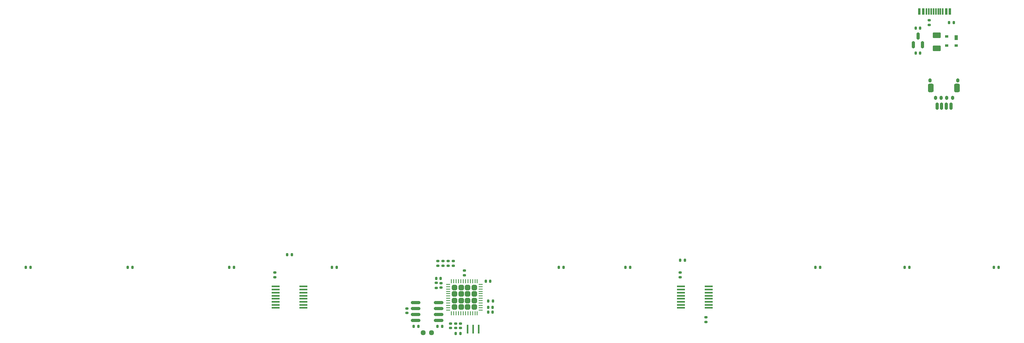
<source format=gbr>
%TF.GenerationSoftware,KiCad,Pcbnew,(7.0.0)*%
%TF.CreationDate,2024-05-04T00:17:19+02:00*%
%TF.ProjectId,minivan,6d696e69-7661-46e2-9e6b-696361645f70,rev?*%
%TF.SameCoordinates,Original*%
%TF.FileFunction,Paste,Bot*%
%TF.FilePolarity,Positive*%
%FSLAX46Y46*%
G04 Gerber Fmt 4.6, Leading zero omitted, Abs format (unit mm)*
G04 Created by KiCad (PCBNEW (7.0.0)) date 2024-05-04 00:17:19*
%MOMM*%
%LPD*%
G01*
G04 APERTURE LIST*
G04 Aperture macros list*
%AMRoundRect*
0 Rectangle with rounded corners*
0 $1 Rounding radius*
0 $2 $3 $4 $5 $6 $7 $8 $9 X,Y pos of 4 corners*
0 Add a 4 corners polygon primitive as box body*
4,1,4,$2,$3,$4,$5,$6,$7,$8,$9,$2,$3,0*
0 Add four circle primitives for the rounded corners*
1,1,$1+$1,$2,$3*
1,1,$1+$1,$4,$5*
1,1,$1+$1,$6,$7*
1,1,$1+$1,$8,$9*
0 Add four rect primitives between the rounded corners*
20,1,$1+$1,$2,$3,$4,$5,0*
20,1,$1+$1,$4,$5,$6,$7,0*
20,1,$1+$1,$6,$7,$8,$9,0*
20,1,$1+$1,$8,$9,$2,$3,0*%
G04 Aperture macros list end*
%ADD10RoundRect,0.140000X-0.170000X0.140000X-0.170000X-0.140000X0.170000X-0.140000X0.170000X0.140000X0*%
%ADD11RoundRect,0.135000X-0.135000X-0.185000X0.135000X-0.185000X0.135000X0.185000X-0.135000X0.185000X0*%
%ADD12RoundRect,0.135000X-0.185000X0.135000X-0.185000X-0.135000X0.185000X-0.135000X0.185000X0.135000X0*%
%ADD13RoundRect,0.135000X0.135000X0.185000X-0.135000X0.185000X-0.135000X-0.185000X0.135000X-0.185000X0*%
%ADD14R,0.400000X1.900000*%
%ADD15RoundRect,0.250000X0.315000X-0.315000X0.315000X0.315000X-0.315000X0.315000X-0.315000X-0.315000X0*%
%ADD16RoundRect,0.062500X0.062500X-0.375000X0.062500X0.375000X-0.062500X0.375000X-0.062500X-0.375000X0*%
%ADD17RoundRect,0.062500X0.375000X-0.062500X0.375000X0.062500X-0.375000X0.062500X-0.375000X-0.062500X0*%
%ADD18R,1.778000X0.419100*%
%ADD19RoundRect,0.150000X-0.150000X-0.625000X0.150000X-0.625000X0.150000X0.625000X-0.150000X0.625000X0*%
%ADD20RoundRect,0.250000X-0.350000X-0.650000X0.350000X-0.650000X0.350000X0.650000X-0.350000X0.650000X0*%
%ADD21R,0.700000X1.000000*%
%ADD22R,0.700000X0.600000*%
%ADD23RoundRect,0.250000X-0.625000X0.375000X-0.625000X-0.375000X0.625000X-0.375000X0.625000X0.375000X0*%
%ADD24R,0.600000X1.450000*%
%ADD25R,0.300000X1.450000*%
%ADD26RoundRect,0.140000X0.170000X-0.140000X0.170000X0.140000X-0.170000X0.140000X-0.170000X-0.140000X0*%
%ADD27RoundRect,0.150000X-0.825000X-0.150000X0.825000X-0.150000X0.825000X0.150000X-0.825000X0.150000X0*%
%ADD28RoundRect,0.150000X0.150000X-0.587500X0.150000X0.587500X-0.150000X0.587500X-0.150000X-0.587500X0*%
%ADD29RoundRect,0.140000X0.140000X0.170000X-0.140000X0.170000X-0.140000X-0.170000X0.140000X-0.170000X0*%
%ADD30RoundRect,0.140000X-0.140000X-0.170000X0.140000X-0.170000X0.140000X0.170000X-0.140000X0.170000X0*%
%ADD31RoundRect,0.135000X0.185000X-0.135000X0.185000X0.135000X-0.185000X0.135000X-0.185000X-0.135000X0*%
%ADD32RoundRect,0.150000X-0.150000X-0.275000X0.150000X-0.275000X0.150000X0.275000X-0.150000X0.275000X0*%
%ADD33RoundRect,0.175000X-0.175000X-0.225000X0.175000X-0.225000X0.175000X0.225000X-0.175000X0.225000X0*%
%ADD34RoundRect,0.237500X0.250000X0.237500X-0.250000X0.237500X-0.250000X-0.237500X0.250000X-0.237500X0*%
G04 APERTURE END LIST*
D10*
%TO.C,C10*%
X133886072Y-93745973D03*
X133886072Y-94705973D03*
%TD*%
D11*
%TO.C,R14*%
X63832898Y-81756250D03*
X64852898Y-81756250D03*
%TD*%
%TO.C,R23*%
X210627500Y-81756250D03*
X211647500Y-81756250D03*
%TD*%
D12*
%TO.C,R5*%
X132256250Y-80387058D03*
X132256250Y-81407058D03*
%TD*%
D13*
%TO.C,R18*%
X125922500Y-94362500D03*
X124902500Y-94362500D03*
%TD*%
D14*
%TO.C,Y1*%
X136401213Y-94917034D03*
X137601213Y-94917034D03*
X138801213Y-94917034D03*
%TD*%
D11*
%TO.C,R25*%
X248727500Y-81746059D03*
X249747500Y-81746059D03*
%TD*%
D15*
%TO.C,U1*%
X133631250Y-90206250D03*
X135031250Y-90206250D03*
X136431250Y-90206250D03*
X137831250Y-90206250D03*
X133631250Y-88806250D03*
X135031250Y-88806250D03*
X136431250Y-88806250D03*
X137831250Y-88806250D03*
X133631250Y-87406250D03*
X135031250Y-87406250D03*
X136431250Y-87406250D03*
X137831250Y-87406250D03*
X133631250Y-86006250D03*
X135031250Y-86006250D03*
X136431250Y-86006250D03*
X137831250Y-86006250D03*
D16*
X138481250Y-91543750D03*
X137981250Y-91543750D03*
X137481250Y-91543750D03*
X136981250Y-91543750D03*
X136481250Y-91543750D03*
X135981250Y-91543750D03*
X135481250Y-91543750D03*
X134981250Y-91543750D03*
X134481250Y-91543750D03*
X133981250Y-91543750D03*
X133481250Y-91543750D03*
X132981250Y-91543750D03*
D17*
X132293750Y-90856250D03*
X132293750Y-90356250D03*
X132293750Y-89856250D03*
X132293750Y-89356250D03*
X132293750Y-88856250D03*
X132293750Y-88356250D03*
X132293750Y-87856250D03*
X132293750Y-87356250D03*
X132293750Y-86856250D03*
X132293750Y-86356250D03*
X132293750Y-85856250D03*
X132293750Y-85356250D03*
D16*
X132981250Y-84668750D03*
X133481250Y-84668750D03*
X133981250Y-84668750D03*
X134481250Y-84668750D03*
X134981250Y-84668750D03*
X135481250Y-84668750D03*
X135981250Y-84668750D03*
X136481250Y-84668750D03*
X136981250Y-84668750D03*
X137481250Y-84668750D03*
X137981250Y-84668750D03*
X138481250Y-84668750D03*
D17*
X139168750Y-85356250D03*
X139168750Y-85856250D03*
X139168750Y-86356250D03*
X139168750Y-86856250D03*
X139168750Y-87356250D03*
X139168750Y-87856250D03*
X139168750Y-88356250D03*
X139168750Y-88856250D03*
X139168750Y-89356250D03*
X139168750Y-89856250D03*
X139168750Y-90356250D03*
X139168750Y-90856250D03*
%TD*%
D10*
%TO.C,C16*%
X132789679Y-93745973D03*
X132789679Y-94705973D03*
%TD*%
D18*
%TO.C,U6*%
X187918089Y-85832949D03*
X187918089Y-86483189D03*
X187918089Y-87133429D03*
X187918089Y-87783669D03*
X187918089Y-88428829D03*
X187918089Y-89079069D03*
X187918089Y-89729309D03*
X187918089Y-90379549D03*
X181969409Y-90379549D03*
X181969409Y-89729309D03*
X181969409Y-89079069D03*
X181969409Y-88428829D03*
X181969409Y-87783669D03*
X181969409Y-87133429D03*
X181969409Y-86483189D03*
X181969409Y-85832949D03*
%TD*%
D11*
%TO.C,R8*%
X239202500Y-29368750D03*
X240222500Y-29368750D03*
%TD*%
D19*
%TO.C,J1*%
X236625000Y-47243750D03*
X237625000Y-47243750D03*
X238625000Y-47243750D03*
X239625000Y-47243750D03*
D20*
X235325000Y-43368750D03*
X240925000Y-43368750D03*
%TD*%
D11*
%TO.C,R16*%
X97915000Y-78997940D03*
X98935000Y-78997940D03*
%TD*%
D21*
%TO.C,D1*%
X240710620Y-32587499D03*
D22*
X240710620Y-34287499D03*
X238710620Y-34287499D03*
X238710620Y-32387499D03*
%TD*%
D18*
%TO.C,U4*%
X101399339Y-85832949D03*
X101399339Y-86483189D03*
X101399339Y-87133429D03*
X101399339Y-87783669D03*
X101399339Y-88428829D03*
X101399339Y-89079069D03*
X101399339Y-89729309D03*
X101399339Y-90379549D03*
X95450659Y-90379549D03*
X95450659Y-89729309D03*
X95450659Y-89079069D03*
X95450659Y-88428829D03*
X95450659Y-87783669D03*
X95450659Y-87133429D03*
X95450659Y-86483189D03*
X95450659Y-85832949D03*
%TD*%
D12*
%TO.C,R6*%
X130056250Y-80387058D03*
X130056250Y-81407058D03*
%TD*%
D11*
%TO.C,R20*%
X170146250Y-81756250D03*
X171166250Y-81756250D03*
%TD*%
D10*
%TO.C,C11*%
X134889679Y-93753408D03*
X134889679Y-94713408D03*
%TD*%
D12*
%TO.C,R4*%
X131156250Y-80387058D03*
X131156250Y-81407058D03*
%TD*%
D11*
%TO.C,R11*%
X140777500Y-88900000D03*
X141797500Y-88900000D03*
%TD*%
D23*
%TO.C,F_USBC1*%
X236537500Y-32082528D03*
X236537500Y-34882528D03*
%TD*%
D11*
%TO.C,R9*%
X133883473Y-95832687D03*
X134903473Y-95832687D03*
%TD*%
D24*
%TO.C,J3*%
X232874749Y-27025749D03*
X233674749Y-27025749D03*
D25*
X234874749Y-27025749D03*
X235874749Y-27025749D03*
X236374749Y-27025749D03*
X237374749Y-27025749D03*
D24*
X238574749Y-27025749D03*
X239374749Y-27025749D03*
X239374749Y-27025749D03*
X238574749Y-27025749D03*
D25*
X237874749Y-27025749D03*
X236874749Y-27025749D03*
X235374749Y-27025749D03*
X234374749Y-27025749D03*
D24*
X233674749Y-27025749D03*
X232874749Y-27025749D03*
%TD*%
D12*
%TO.C,R7*%
X234950000Y-28858750D03*
X234950000Y-29878750D03*
%TD*%
D11*
%TO.C,R15*%
X42068750Y-81756250D03*
X43088750Y-81756250D03*
%TD*%
D26*
%TO.C,C1*%
X130775537Y-86080138D03*
X130775537Y-85120138D03*
%TD*%
D13*
%TO.C,R17*%
X108453663Y-81746059D03*
X107433663Y-81746059D03*
%TD*%
D27*
%TO.C,U5*%
X125318750Y-93092500D03*
X125318750Y-91822500D03*
X125318750Y-90552500D03*
X125318750Y-89282500D03*
X130268750Y-89282500D03*
X130268750Y-90552500D03*
X130268750Y-91822500D03*
X130268750Y-93092500D03*
%TD*%
D11*
%TO.C,R24*%
X229677500Y-81756250D03*
X230697500Y-81756250D03*
%TD*%
D28*
%TO.C,U3*%
X233518750Y-34129972D03*
X231618750Y-34129972D03*
X232568750Y-32254972D03*
%TD*%
D29*
%TO.C,C12*%
X233048750Y-30596511D03*
X232088750Y-30596511D03*
%TD*%
%TO.C,C13*%
X233048750Y-35944924D03*
X232088750Y-35944924D03*
%TD*%
D11*
%TO.C,R19*%
X181766750Y-80168750D03*
X182786750Y-80168750D03*
%TD*%
D30*
%TO.C,C9*%
X140819430Y-90289802D03*
X141779430Y-90289802D03*
%TD*%
D26*
%TO.C,C15*%
X123451464Y-91501881D03*
X123451464Y-90541881D03*
%TD*%
D31*
%TO.C,R2*%
X135731250Y-83460000D03*
X135731250Y-82440000D03*
%TD*%
D11*
%TO.C,R21*%
X155858750Y-81756250D03*
X156878750Y-81756250D03*
%TD*%
D30*
%TO.C,C6*%
X140830343Y-91336235D03*
X141790343Y-91336235D03*
%TD*%
D29*
%TO.C,C7*%
X130686750Y-84105750D03*
X129726750Y-84105750D03*
%TD*%
D11*
%TO.C,R12*%
X129948750Y-94362500D03*
X130968750Y-94362500D03*
%TD*%
D30*
%TO.C,C8*%
X140295000Y-84650000D03*
X141255000Y-84650000D03*
%TD*%
D12*
%TO.C,R10*%
X129695761Y-85072261D03*
X129695761Y-86092261D03*
%TD*%
D32*
%TO.C,J2*%
X236325000Y-45531250D03*
X237525000Y-45531250D03*
X238725000Y-45531250D03*
X239925000Y-45531250D03*
D33*
X235175000Y-41756250D03*
X241075000Y-41756250D03*
%TD*%
D11*
%TO.C,R13*%
X85498750Y-81756250D03*
X86518750Y-81756250D03*
%TD*%
D12*
%TO.C,R3*%
X133350000Y-80387058D03*
X133350000Y-81407058D03*
%TD*%
D26*
%TO.C,C14*%
X95250000Y-83823750D03*
X95250000Y-82863750D03*
%TD*%
%TO.C,C17*%
X181768750Y-83823750D03*
X181768750Y-82863750D03*
%TD*%
D12*
%TO.C,R22*%
X187325000Y-92358750D03*
X187325000Y-93378750D03*
%TD*%
D34*
%TO.C,JP1*%
X128723442Y-95665357D03*
X126898442Y-95665357D03*
%TD*%
M02*

</source>
